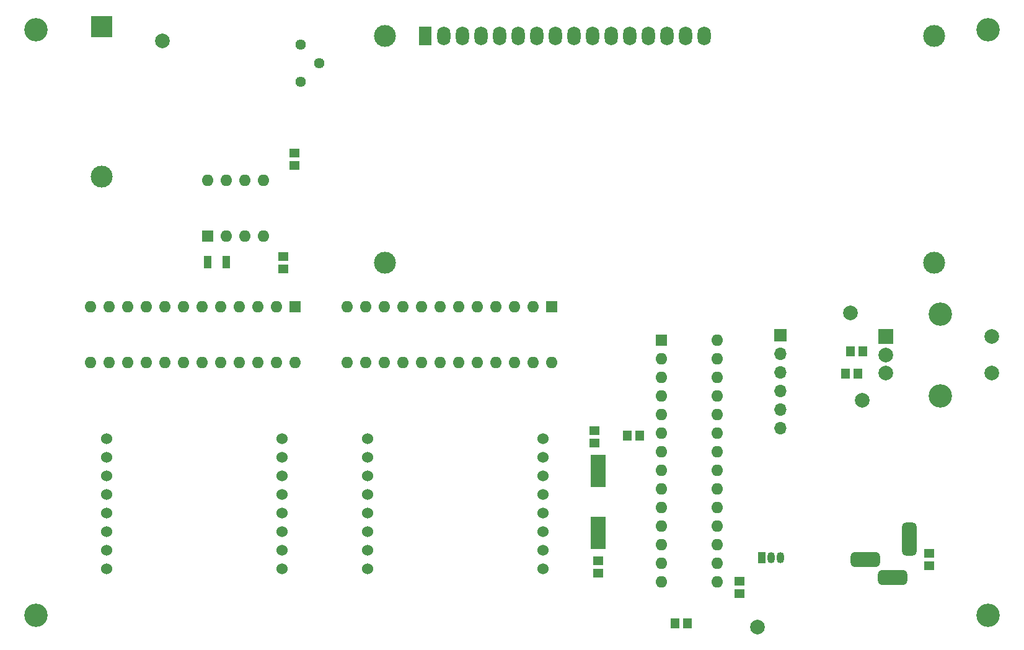
<source format=gbr>
%TF.GenerationSoftware,KiCad,Pcbnew,(6.0.5)*%
%TF.CreationDate,2022-07-13T23:51:26-04:00*%
%TF.ProjectId,Clock,436c6f63-6b2e-46b6-9963-61645f706362,rev?*%
%TF.SameCoordinates,PX4c4b400PY8a48640*%
%TF.FileFunction,Soldermask,Top*%
%TF.FilePolarity,Negative*%
%FSLAX46Y46*%
G04 Gerber Fmt 4.6, Leading zero omitted, Abs format (unit mm)*
G04 Created by KiCad (PCBNEW (6.0.5)) date 2022-07-13 23:51:26*
%MOMM*%
%LPD*%
G01*
G04 APERTURE LIST*
G04 Aperture macros list*
%AMRoundRect*
0 Rectangle with rounded corners*
0 $1 Rounding radius*
0 $2 $3 $4 $5 $6 $7 $8 $9 X,Y pos of 4 corners*
0 Add a 4 corners polygon primitive as box body*
4,1,4,$2,$3,$4,$5,$6,$7,$8,$9,$2,$3,0*
0 Add four circle primitives for the rounded corners*
1,1,$1+$1,$2,$3*
1,1,$1+$1,$4,$5*
1,1,$1+$1,$6,$7*
1,1,$1+$1,$8,$9*
0 Add four rect primitives between the rounded corners*
20,1,$1+$1,$2,$3,$4,$5,0*
20,1,$1+$1,$4,$5,$6,$7,0*
20,1,$1+$1,$6,$7,$8,$9,0*
20,1,$1+$1,$8,$9,$2,$3,0*%
G04 Aperture macros list end*
%ADD10R,1.000000X1.800000*%
%ADD11R,1.150000X1.400000*%
%ADD12C,3.200000*%
%ADD13R,1.600000X1.600000*%
%ADD14O,1.600000X1.600000*%
%ADD15R,1.400000X1.150000*%
%ADD16C,1.524000*%
%ADD17C,2.000000*%
%ADD18R,2.000000X4.500000*%
%ADD19C,3.000000*%
%ADD20R,1.800000X2.600000*%
%ADD21O,1.800000X2.600000*%
%ADD22R,2.000000X2.000000*%
%ADD23C,1.440000*%
%ADD24R,1.050000X1.500000*%
%ADD25O,1.050000X1.500000*%
%ADD26RoundRect,0.500000X0.500000X-1.750000X0.500000X1.750000X-0.500000X1.750000X-0.500000X-1.750000X0*%
%ADD27RoundRect,0.500000X1.500000X0.500000X-1.500000X0.500000X-1.500000X-0.500000X1.500000X-0.500000X0*%
%ADD28R,3.000000X3.000000*%
%ADD29R,1.700000X1.700000*%
%ADD30O,1.700000X1.700000*%
G04 APERTURE END LIST*
D10*
%TO.C,Y2*%
X28468000Y53296000D03*
X30968000Y53296000D03*
%TD*%
D11*
%TO.C,R1*%
X85774000Y29557000D03*
X87474000Y29557000D03*
%TD*%
D12*
%TO.C,H4*%
X135000000Y5000000D03*
%TD*%
D13*
%TO.C,U5*%
X75453000Y47200000D03*
D14*
X72913000Y47200000D03*
X70373000Y47200000D03*
X67833000Y47200000D03*
X65293000Y47200000D03*
X62753000Y47200000D03*
X60213000Y47200000D03*
X57673000Y47200000D03*
X55133000Y47200000D03*
X52593000Y47200000D03*
X50053000Y47200000D03*
X47513000Y47200000D03*
X47513000Y39580000D03*
X50053000Y39580000D03*
X52593000Y39580000D03*
X55133000Y39580000D03*
X57673000Y39580000D03*
X60213000Y39580000D03*
X62753000Y39580000D03*
X65293000Y39580000D03*
X67833000Y39580000D03*
X70373000Y39580000D03*
X72913000Y39580000D03*
X75453000Y39580000D03*
%TD*%
D15*
%TO.C,C6*%
X81798000Y12500000D03*
X81798000Y10800000D03*
%TD*%
D16*
%TO.C,D2*%
X14618000Y29176000D03*
X14618000Y26636000D03*
X14618000Y24096000D03*
X14618000Y21556000D03*
X14618000Y19016000D03*
X14618000Y16476000D03*
X14618000Y13936000D03*
X14618000Y11396000D03*
X38618000Y11396000D03*
X38618000Y13936000D03*
X38618000Y16476000D03*
X38618000Y19016000D03*
X38618000Y21556000D03*
X38618000Y24096000D03*
X38618000Y26636000D03*
X38618000Y29176000D03*
%TD*%
D17*
%TO.C,TP2*%
X116215000Y46321000D03*
%TD*%
D15*
%TO.C,C3*%
X101102000Y9706000D03*
X101102000Y8006000D03*
%TD*%
D11*
%TO.C,C4*%
X92251000Y3903000D03*
X93951000Y3903000D03*
%TD*%
D15*
%TO.C,R12*%
X38745000Y52368000D03*
X38745000Y54068000D03*
%TD*%
D18*
%TO.C,Y1*%
X81798000Y24790000D03*
X81798000Y16290000D03*
%TD*%
D17*
%TO.C,TP1*%
X103515000Y3395000D03*
%TD*%
D15*
%TO.C,C5*%
X81290000Y28580000D03*
X81290000Y30280000D03*
%TD*%
D13*
%TO.C,U6*%
X40396000Y47210000D03*
D14*
X37856000Y47210000D03*
X35316000Y47210000D03*
X32776000Y47210000D03*
X30236000Y47210000D03*
X27696000Y47210000D03*
X25156000Y47210000D03*
X22616000Y47210000D03*
X20076000Y47210000D03*
X17536000Y47210000D03*
X14996000Y47210000D03*
X12456000Y47210000D03*
X12456000Y39590000D03*
X14996000Y39590000D03*
X17536000Y39590000D03*
X20076000Y39590000D03*
X22616000Y39590000D03*
X25156000Y39590000D03*
X27696000Y39590000D03*
X30236000Y39590000D03*
X32776000Y39590000D03*
X35316000Y39590000D03*
X37856000Y39590000D03*
X40396000Y39590000D03*
%TD*%
D12*
%TO.C,H2*%
X135000000Y85000000D03*
%TD*%
%TO.C,H3*%
X5000000Y5000000D03*
%TD*%
D17*
%TO.C,TP3*%
X117866000Y34383000D03*
%TD*%
D15*
%TO.C,R13*%
X40269000Y68165000D03*
X40269000Y66465000D03*
%TD*%
D12*
%TO.C,H1*%
X5000000Y85000000D03*
%TD*%
D19*
%TO.C,DS1*%
X127680000Y84157500D03*
X52680900Y53156800D03*
X52680900Y84157500D03*
X127679480Y53156800D03*
D20*
X58180000Y84157500D03*
D21*
X60720000Y84157500D03*
X63260000Y84157500D03*
X65800000Y84157500D03*
X68340000Y84157500D03*
X70880000Y84157500D03*
X73420000Y84157500D03*
X75960000Y84157500D03*
X78500000Y84157500D03*
X81040000Y84157500D03*
X83580000Y84157500D03*
X86120000Y84157500D03*
X88660000Y84157500D03*
X91200000Y84157500D03*
X93740000Y84157500D03*
X96280000Y84157500D03*
%TD*%
D11*
%TO.C,R2*%
X115531000Y38066000D03*
X117231000Y38066000D03*
%TD*%
D22*
%TO.C,SW1*%
X121030000Y43106000D03*
D17*
X121030000Y38106000D03*
X121030000Y40606000D03*
D12*
X128530000Y46206000D03*
X128530000Y35006000D03*
D17*
X135530000Y38106000D03*
X135530000Y43106000D03*
%TD*%
D13*
%TO.C,U4*%
X28458000Y56862000D03*
D14*
X30998000Y56862000D03*
X33538000Y56862000D03*
X36078000Y56862000D03*
X36078000Y64482000D03*
X33538000Y64482000D03*
X30998000Y64482000D03*
X28458000Y64482000D03*
%TD*%
D23*
%TO.C,RV1*%
X41158000Y77944000D03*
X43698000Y80484000D03*
X41158000Y83024000D03*
%TD*%
D17*
%TO.C,TP4*%
X22235000Y83532000D03*
%TD*%
D15*
%TO.C,C2*%
X127010000Y13516000D03*
X127010000Y11816000D03*
%TD*%
D13*
%TO.C,U2*%
X90444000Y42628000D03*
D14*
X90444000Y40088000D03*
X90444000Y37548000D03*
X90444000Y35008000D03*
X90444000Y32468000D03*
X90444000Y29928000D03*
X90444000Y27388000D03*
X90444000Y24848000D03*
X90444000Y22308000D03*
X90444000Y19768000D03*
X90444000Y17228000D03*
X90444000Y14688000D03*
X90444000Y12148000D03*
X90444000Y9608000D03*
X98064000Y9608000D03*
X98064000Y12148000D03*
X98064000Y14688000D03*
X98064000Y17228000D03*
X98064000Y19768000D03*
X98064000Y22308000D03*
X98064000Y24848000D03*
X98064000Y27388000D03*
X98064000Y29928000D03*
X98064000Y32468000D03*
X98064000Y35008000D03*
X98064000Y37548000D03*
X98064000Y40088000D03*
X98064000Y42628000D03*
%TD*%
D24*
%TO.C,U3*%
X104150000Y12920000D03*
D25*
X105420000Y12920000D03*
X106690000Y12920000D03*
%TD*%
D11*
%TO.C,R3*%
X117954000Y41114000D03*
X116254000Y41114000D03*
%TD*%
D16*
%TO.C,D1*%
X50240000Y29176000D03*
X50240000Y26636000D03*
X50240000Y24096000D03*
X50240000Y21556000D03*
X50240000Y19016000D03*
X50240000Y16476000D03*
X50240000Y13936000D03*
X50240000Y11396000D03*
X74240000Y11396000D03*
X74240000Y13936000D03*
X74240000Y16476000D03*
X74240000Y19016000D03*
X74240000Y21556000D03*
X74240000Y24096000D03*
X74240000Y26636000D03*
X74240000Y29176000D03*
%TD*%
D26*
%TO.C,J1*%
X124287000Y15460000D03*
D27*
X121987000Y10160000D03*
X118287000Y12660000D03*
%TD*%
D28*
%TO.C,BT1*%
X13980017Y85493686D03*
D19*
X13980017Y65003686D03*
%TD*%
D29*
%TO.C,J2*%
X106690000Y43273000D03*
D30*
X106690000Y40733000D03*
X106690000Y38193000D03*
X106690000Y35653000D03*
X106690000Y33113000D03*
X106690000Y30573000D03*
%TD*%
M02*

</source>
